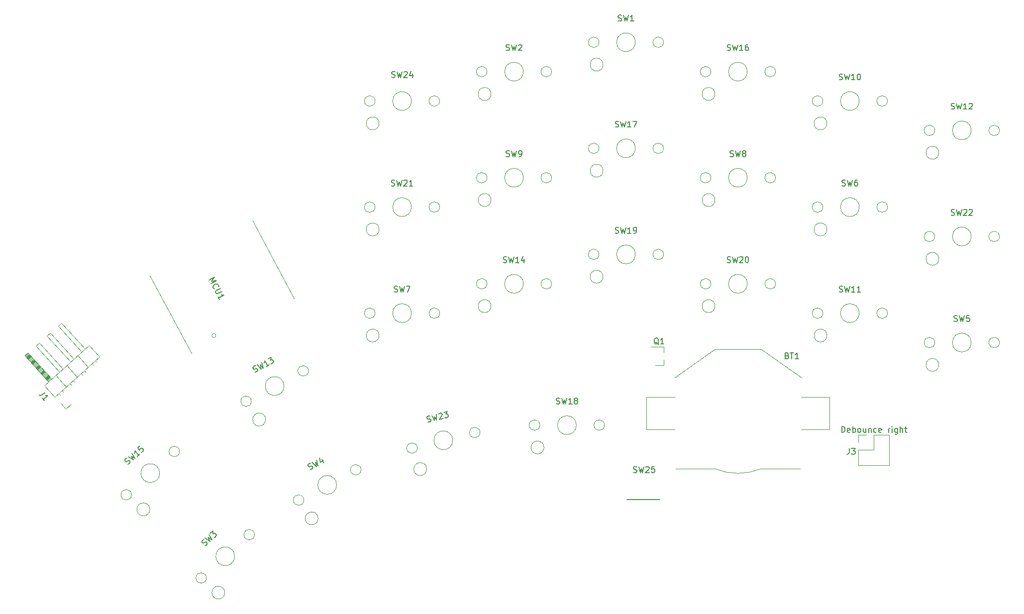
<source format=gto>
G04 #@! TF.GenerationSoftware,KiCad,Pcbnew,(5.1.6)-1*
G04 #@! TF.CreationDate,2020-10-07T13:29:02+02:00*
G04 #@! TF.ProjectId,Mathias_ergo,4d617468-6961-4735-9f65-72676f2e6b69,rev?*
G04 #@! TF.SameCoordinates,Original*
G04 #@! TF.FileFunction,Legend,Top*
G04 #@! TF.FilePolarity,Positive*
%FSLAX46Y46*%
G04 Gerber Fmt 4.6, Leading zero omitted, Abs format (unit mm)*
G04 Created by KiCad (PCBNEW (5.1.6)-1) date 2020-10-07 13:29:02*
%MOMM*%
%LPD*%
G01*
G04 APERTURE LIST*
%ADD10C,0.150000*%
%ADD11C,0.120000*%
G04 APERTURE END LIST*
D10*
X195773809Y-135552380D02*
X195773809Y-134552380D01*
X196011904Y-134552380D01*
X196154761Y-134600000D01*
X196250000Y-134695238D01*
X196297619Y-134790476D01*
X196345238Y-134980952D01*
X196345238Y-135123809D01*
X196297619Y-135314285D01*
X196250000Y-135409523D01*
X196154761Y-135504761D01*
X196011904Y-135552380D01*
X195773809Y-135552380D01*
X197154761Y-135504761D02*
X197059523Y-135552380D01*
X196869047Y-135552380D01*
X196773809Y-135504761D01*
X196726190Y-135409523D01*
X196726190Y-135028571D01*
X196773809Y-134933333D01*
X196869047Y-134885714D01*
X197059523Y-134885714D01*
X197154761Y-134933333D01*
X197202380Y-135028571D01*
X197202380Y-135123809D01*
X196726190Y-135219047D01*
X197630952Y-135552380D02*
X197630952Y-134552380D01*
X197630952Y-134933333D02*
X197726190Y-134885714D01*
X197916666Y-134885714D01*
X198011904Y-134933333D01*
X198059523Y-134980952D01*
X198107142Y-135076190D01*
X198107142Y-135361904D01*
X198059523Y-135457142D01*
X198011904Y-135504761D01*
X197916666Y-135552380D01*
X197726190Y-135552380D01*
X197630952Y-135504761D01*
X198678571Y-135552380D02*
X198583333Y-135504761D01*
X198535714Y-135457142D01*
X198488095Y-135361904D01*
X198488095Y-135076190D01*
X198535714Y-134980952D01*
X198583333Y-134933333D01*
X198678571Y-134885714D01*
X198821428Y-134885714D01*
X198916666Y-134933333D01*
X198964285Y-134980952D01*
X199011904Y-135076190D01*
X199011904Y-135361904D01*
X198964285Y-135457142D01*
X198916666Y-135504761D01*
X198821428Y-135552380D01*
X198678571Y-135552380D01*
X199869047Y-134885714D02*
X199869047Y-135552380D01*
X199440476Y-134885714D02*
X199440476Y-135409523D01*
X199488095Y-135504761D01*
X199583333Y-135552380D01*
X199726190Y-135552380D01*
X199821428Y-135504761D01*
X199869047Y-135457142D01*
X200345238Y-134885714D02*
X200345238Y-135552380D01*
X200345238Y-134980952D02*
X200392857Y-134933333D01*
X200488095Y-134885714D01*
X200630952Y-134885714D01*
X200726190Y-134933333D01*
X200773809Y-135028571D01*
X200773809Y-135552380D01*
X201678571Y-135504761D02*
X201583333Y-135552380D01*
X201392857Y-135552380D01*
X201297619Y-135504761D01*
X201250000Y-135457142D01*
X201202380Y-135361904D01*
X201202380Y-135076190D01*
X201250000Y-134980952D01*
X201297619Y-134933333D01*
X201392857Y-134885714D01*
X201583333Y-134885714D01*
X201678571Y-134933333D01*
X202488095Y-135504761D02*
X202392857Y-135552380D01*
X202202380Y-135552380D01*
X202107142Y-135504761D01*
X202059523Y-135409523D01*
X202059523Y-135028571D01*
X202107142Y-134933333D01*
X202202380Y-134885714D01*
X202392857Y-134885714D01*
X202488095Y-134933333D01*
X202535714Y-135028571D01*
X202535714Y-135123809D01*
X202059523Y-135219047D01*
X203726190Y-135552380D02*
X203726190Y-134885714D01*
X203726190Y-135076190D02*
X203773809Y-134980952D01*
X203821428Y-134933333D01*
X203916666Y-134885714D01*
X204011904Y-134885714D01*
X204345238Y-135552380D02*
X204345238Y-134885714D01*
X204345238Y-134552380D02*
X204297619Y-134600000D01*
X204345238Y-134647619D01*
X204392857Y-134600000D01*
X204345238Y-134552380D01*
X204345238Y-134647619D01*
X205250000Y-134885714D02*
X205250000Y-135695238D01*
X205202380Y-135790476D01*
X205154761Y-135838095D01*
X205059523Y-135885714D01*
X204916666Y-135885714D01*
X204821428Y-135838095D01*
X205250000Y-135504761D02*
X205154761Y-135552380D01*
X204964285Y-135552380D01*
X204869047Y-135504761D01*
X204821428Y-135457142D01*
X204773809Y-135361904D01*
X204773809Y-135076190D01*
X204821428Y-134980952D01*
X204869047Y-134933333D01*
X204964285Y-134885714D01*
X205154761Y-134885714D01*
X205250000Y-134933333D01*
X205726190Y-135552380D02*
X205726190Y-134552380D01*
X206154761Y-135552380D02*
X206154761Y-135028571D01*
X206107142Y-134933333D01*
X206011904Y-134885714D01*
X205869047Y-134885714D01*
X205773809Y-134933333D01*
X205726190Y-134980952D01*
X206488095Y-134885714D02*
X206869047Y-134885714D01*
X206630952Y-134552380D02*
X206630952Y-135409523D01*
X206678571Y-135504761D01*
X206773809Y-135552380D01*
X206869047Y-135552380D01*
D11*
X198631500Y-135957000D02*
X199961500Y-135957000D01*
X198631500Y-137287000D02*
X198631500Y-135957000D01*
X201231500Y-135957000D02*
X203831500Y-135957000D01*
X201231500Y-138557000D02*
X201231500Y-135957000D01*
X198631500Y-138557000D02*
X201231500Y-138557000D01*
X203831500Y-135957000D02*
X203831500Y-141157000D01*
X198631500Y-138557000D02*
X198631500Y-141157000D01*
X198631500Y-141157000D02*
X203831500Y-141157000D01*
X155163221Y-91034158D02*
G75*
G03*
X155163221Y-91034158I-1100000J0D01*
G01*
X154463221Y-87234158D02*
G75*
G03*
X154463221Y-87234158I-900000J0D01*
G01*
X165463221Y-87234158D02*
G75*
G03*
X165463221Y-87234158I-900000J0D01*
G01*
X160663221Y-87234158D02*
G75*
G03*
X160663221Y-87234158I-1600000J0D01*
G01*
X78045804Y-148667566D02*
G75*
G03*
X78045804Y-148667566I-1099999J0D01*
G01*
X74931536Y-146178181D02*
G75*
G03*
X74931536Y-146178181I-900000J0D01*
G01*
X83106130Y-138817745D02*
G75*
G03*
X83106130Y-138817745I-900000J0D01*
G01*
X79718833Y-142497963D02*
G75*
G03*
X79718833Y-142497963I-1600000J0D01*
G01*
X102602089Y-112834414D02*
X95560016Y-99590200D01*
X85109132Y-122135584D02*
X78067058Y-108891371D01*
X89294291Y-119081610D02*
G75*
G03*
X89294291Y-119081610I-349999J0D01*
G01*
X188913221Y-126234158D02*
X182063221Y-121434158D01*
X182063221Y-121434158D02*
X174163221Y-121434158D01*
X174163221Y-121434158D02*
X167363221Y-126234158D01*
X188663221Y-141784158D02*
X181963221Y-141784158D01*
X167563221Y-141784158D02*
X174263221Y-141784158D01*
X188863221Y-135034158D02*
X193663221Y-135034158D01*
X193663221Y-135034158D02*
X193663221Y-129534158D01*
X193663221Y-129534158D02*
X188863221Y-129534158D01*
X167363221Y-129534158D02*
X162563221Y-129534158D01*
X162563221Y-129534158D02*
X162563221Y-135034158D01*
X162563221Y-135034158D02*
X167363221Y-135034158D01*
X181959606Y-141785622D02*
G75*
G02*
X174263221Y-141784158I-3846385J9501464D01*
G01*
X165470000Y-124150000D02*
X164010000Y-124150000D01*
X165470000Y-120990000D02*
X163310000Y-120990000D01*
X165470000Y-120990000D02*
X165470000Y-121920000D01*
X165470000Y-124150000D02*
X165470000Y-123220000D01*
X145113221Y-138134158D02*
G75*
G03*
X145113221Y-138134158I-1100000J0D01*
G01*
X144413221Y-134334158D02*
G75*
G03*
X144413221Y-134334158I-900000J0D01*
G01*
X155413221Y-134334158D02*
G75*
G03*
X155413221Y-134334158I-900000J0D01*
G01*
X150613221Y-134334158D02*
G75*
G03*
X150613221Y-134334158I-1600000J0D01*
G01*
X97741962Y-133388419D02*
G75*
G03*
X97741962Y-133388419I-1100000J0D01*
G01*
X95316496Y-130267954D02*
G75*
G03*
X95316496Y-130267954I-900000J0D01*
G01*
X105028920Y-125103766D02*
G75*
G03*
X105028920Y-125103766I-900000J0D01*
G01*
X100872708Y-127685860D02*
G75*
G03*
X100872708Y-127685860I-1600000J0D01*
G01*
X106685396Y-150208571D02*
G75*
G03*
X106685396Y-150208571I-1100000J0D01*
G01*
X104259930Y-147088106D02*
G75*
G03*
X104259930Y-147088106I-900000J0D01*
G01*
X113972354Y-141923918D02*
G75*
G03*
X113972354Y-141923918I-900000J0D01*
G01*
X109816142Y-144506012D02*
G75*
G03*
X109816142Y-144506012I-1600000J0D01*
G01*
X193263221Y-82984158D02*
G75*
G03*
X193263221Y-82984158I-1100000J0D01*
G01*
X192563221Y-79184158D02*
G75*
G03*
X192563221Y-79184158I-900000J0D01*
G01*
X203563221Y-79184158D02*
G75*
G03*
X203563221Y-79184158I-900000J0D01*
G01*
X198763221Y-79184158D02*
G75*
G03*
X198763221Y-79184158I-1600000J0D01*
G01*
X63702429Y-131553201D02*
X62852633Y-130609407D01*
X64646223Y-130703405D02*
X63702429Y-131553201D01*
X69043730Y-123631519D02*
X68778038Y-123336438D01*
X68478940Y-124140058D02*
X68213247Y-123844977D01*
X62983366Y-116900803D02*
X66998150Y-121359672D01*
X62418576Y-117409343D02*
X62983366Y-116900803D01*
X66433360Y-121868212D02*
X62418576Y-117409343D01*
X67551849Y-124440503D02*
X65771961Y-122463738D01*
X67156142Y-125331111D02*
X66890450Y-125036029D01*
X66591352Y-125839650D02*
X66325660Y-125544569D01*
X61095779Y-118600395D02*
X65110562Y-123059264D01*
X60530989Y-119108934D02*
X61095779Y-118600395D01*
X64545772Y-123567803D02*
X60530989Y-119108934D01*
X65664261Y-126140095D02*
X63884373Y-124163330D01*
X65268554Y-127030702D02*
X65002862Y-126735621D01*
X64703764Y-127539242D02*
X64438072Y-127244160D01*
X59208191Y-120299987D02*
X63222974Y-124758856D01*
X58643401Y-120808526D02*
X59208191Y-120299987D01*
X62658184Y-125267395D02*
X58643401Y-120808526D01*
X63776673Y-127839687D02*
X61996785Y-125862921D01*
X63336087Y-128680451D02*
X63115274Y-128435213D01*
X62771297Y-129188990D02*
X62550484Y-128943752D01*
X61261072Y-126525361D02*
X57246288Y-122066492D01*
X61171895Y-126605656D02*
X57157111Y-122146787D01*
X61082717Y-126685952D02*
X57067934Y-122227083D01*
X60993540Y-126766248D02*
X56978756Y-122307379D01*
X60904363Y-126846543D02*
X56889579Y-122387674D01*
X60815185Y-126926839D02*
X56800402Y-122467970D01*
X57320603Y-121999579D02*
X61335387Y-126458448D01*
X56755813Y-122508118D02*
X57320603Y-121999579D01*
X60770596Y-126966987D02*
X56755813Y-122508118D01*
X60064609Y-127602661D02*
X61844496Y-129579426D01*
X67704138Y-120723998D02*
X60064609Y-127602661D01*
X69484025Y-122700764D02*
X67704138Y-120723998D01*
X61844496Y-129579426D02*
X69484025Y-122700764D01*
X193263221Y-119084158D02*
G75*
G03*
X193263221Y-119084158I-1100000J0D01*
G01*
X192563221Y-115284158D02*
G75*
G03*
X192563221Y-115284158I-900000J0D01*
G01*
X203563221Y-115284158D02*
G75*
G03*
X203563221Y-115284158I-900000J0D01*
G01*
X198763221Y-115284158D02*
G75*
G03*
X198763221Y-115284158I-1600000J0D01*
G01*
X136113221Y-114084158D02*
G75*
G03*
X136113221Y-114084158I-1100000J0D01*
G01*
X135413221Y-110284158D02*
G75*
G03*
X135413221Y-110284158I-900000J0D01*
G01*
X146413221Y-110284158D02*
G75*
G03*
X146413221Y-110284158I-900000J0D01*
G01*
X141613221Y-110284158D02*
G75*
G03*
X141613221Y-110284158I-1600000J0D01*
G01*
X117063221Y-119084158D02*
G75*
G03*
X117063221Y-119084158I-1100000J0D01*
G01*
X116363221Y-115284158D02*
G75*
G03*
X116363221Y-115284158I-900000J0D01*
G01*
X127363221Y-115284158D02*
G75*
G03*
X127363221Y-115284158I-900000J0D01*
G01*
X122563221Y-115284158D02*
G75*
G03*
X122563221Y-115284158I-1600000J0D01*
G01*
X155163221Y-72984158D02*
G75*
G03*
X155163221Y-72984158I-1100000J0D01*
G01*
X154463221Y-69184158D02*
G75*
G03*
X154463221Y-69184158I-900000J0D01*
G01*
X165463221Y-69184158D02*
G75*
G03*
X165463221Y-69184158I-900000J0D01*
G01*
X160663221Y-69184158D02*
G75*
G03*
X160663221Y-69184158I-1600000J0D01*
G01*
X174213221Y-114084158D02*
G75*
G03*
X174213221Y-114084158I-1100000J0D01*
G01*
X173513221Y-110284158D02*
G75*
G03*
X173513221Y-110284158I-900000J0D01*
G01*
X184513221Y-110284158D02*
G75*
G03*
X184513221Y-110284158I-900000J0D01*
G01*
X179713221Y-110284158D02*
G75*
G03*
X179713221Y-110284158I-1600000J0D01*
G01*
X136113221Y-96034158D02*
G75*
G03*
X136113221Y-96034158I-1100000J0D01*
G01*
X135413221Y-92234158D02*
G75*
G03*
X135413221Y-92234158I-900000J0D01*
G01*
X146413221Y-92234158D02*
G75*
G03*
X146413221Y-92234158I-900000J0D01*
G01*
X141613221Y-92234158D02*
G75*
G03*
X141613221Y-92234158I-1600000J0D01*
G01*
X136113221Y-77984158D02*
G75*
G03*
X136113221Y-77984158I-1100000J0D01*
G01*
X135413221Y-74184158D02*
G75*
G03*
X135413221Y-74184158I-900000J0D01*
G01*
X146413221Y-74184158D02*
G75*
G03*
X146413221Y-74184158I-900000J0D01*
G01*
X141613221Y-74184158D02*
G75*
G03*
X141613221Y-74184158I-1600000J0D01*
G01*
X90792742Y-162824475D02*
G75*
G03*
X90792742Y-162824475I-1099999J0D01*
G01*
X87678474Y-160335090D02*
G75*
G03*
X87678474Y-160335090I-900000J0D01*
G01*
X95853068Y-152974654D02*
G75*
G03*
X95853068Y-152974654I-900000J0D01*
G01*
X92465771Y-156654872D02*
G75*
G03*
X92465771Y-156654872I-1600000J0D01*
G01*
X212313221Y-87984158D02*
G75*
G03*
X212313221Y-87984158I-1100000J0D01*
G01*
X211613221Y-84184158D02*
G75*
G03*
X211613221Y-84184158I-900000J0D01*
G01*
X222613221Y-84184158D02*
G75*
G03*
X222613221Y-84184158I-900000J0D01*
G01*
X217813221Y-84184158D02*
G75*
G03*
X217813221Y-84184158I-1600000J0D01*
G01*
X193263221Y-101034158D02*
G75*
G03*
X193263221Y-101034158I-1100000J0D01*
G01*
X192563221Y-97234158D02*
G75*
G03*
X192563221Y-97234158I-900000J0D01*
G01*
X203563221Y-97234158D02*
G75*
G03*
X203563221Y-97234158I-900000J0D01*
G01*
X198763221Y-97234158D02*
G75*
G03*
X198763221Y-97234158I-1600000J0D01*
G01*
X174213221Y-96034158D02*
G75*
G03*
X174213221Y-96034158I-1100000J0D01*
G01*
X173513221Y-92234158D02*
G75*
G03*
X173513221Y-92234158I-900000J0D01*
G01*
X184513221Y-92234158D02*
G75*
G03*
X184513221Y-92234158I-900000J0D01*
G01*
X179713221Y-92234158D02*
G75*
G03*
X179713221Y-92234158I-1600000J0D01*
G01*
X174213221Y-77984158D02*
G75*
G03*
X174213221Y-77984158I-1100000J0D01*
G01*
X173513221Y-74184158D02*
G75*
G03*
X173513221Y-74184158I-900000J0D01*
G01*
X184513221Y-74184158D02*
G75*
G03*
X184513221Y-74184158I-900000J0D01*
G01*
X179713221Y-74184158D02*
G75*
G03*
X179713221Y-74184158I-1600000J0D01*
G01*
X155163221Y-109084158D02*
G75*
G03*
X155163221Y-109084158I-1100000J0D01*
G01*
X154463221Y-105284158D02*
G75*
G03*
X154463221Y-105284158I-900000J0D01*
G01*
X165463221Y-105284158D02*
G75*
G03*
X165463221Y-105284158I-900000J0D01*
G01*
X160663221Y-105284158D02*
G75*
G03*
X160663221Y-105284158I-1600000J0D01*
G01*
X117063221Y-101034158D02*
G75*
G03*
X117063221Y-101034158I-1100000J0D01*
G01*
X116363221Y-97234158D02*
G75*
G03*
X116363221Y-97234158I-900000J0D01*
G01*
X127363221Y-97234158D02*
G75*
G03*
X127363221Y-97234158I-900000J0D01*
G01*
X122563221Y-97234158D02*
G75*
G03*
X122563221Y-97234158I-1600000J0D01*
G01*
X212313221Y-106034158D02*
G75*
G03*
X212313221Y-106034158I-1100000J0D01*
G01*
X211613221Y-102234158D02*
G75*
G03*
X211613221Y-102234158I-900000J0D01*
G01*
X222613221Y-102234158D02*
G75*
G03*
X222613221Y-102234158I-900000J0D01*
G01*
X217813221Y-102234158D02*
G75*
G03*
X217813221Y-102234158I-1600000J0D01*
G01*
X125158033Y-141812192D02*
G75*
G03*
X125158033Y-141812192I-1100000J0D01*
G01*
X123553582Y-138246029D02*
G75*
G03*
X123553582Y-138246029I-900000J0D01*
G01*
X134226835Y-135584889D02*
G75*
G03*
X134226835Y-135584889I-900001J0D01*
G01*
X129590208Y-136915459D02*
G75*
G03*
X129590208Y-136915459I-1600000J0D01*
G01*
X117063221Y-82984158D02*
G75*
G03*
X117063221Y-82984158I-1100000J0D01*
G01*
X116363221Y-79184158D02*
G75*
G03*
X116363221Y-79184158I-900000J0D01*
G01*
X127363221Y-79184158D02*
G75*
G03*
X127363221Y-79184158I-900000J0D01*
G01*
X122563221Y-79184158D02*
G75*
G03*
X122563221Y-79184158I-1600000J0D01*
G01*
X212313221Y-124084158D02*
G75*
G03*
X212313221Y-124084158I-1100000J0D01*
G01*
X211613221Y-120284158D02*
G75*
G03*
X211613221Y-120284158I-900000J0D01*
G01*
X222613221Y-120284158D02*
G75*
G03*
X222613221Y-120284158I-900000J0D01*
G01*
X217813221Y-120284158D02*
G75*
G03*
X217813221Y-120284158I-1600000J0D01*
G01*
D10*
X164852000Y-147032500D02*
X159252000Y-147032500D01*
X197046666Y-138282380D02*
X197046666Y-138996666D01*
X196999047Y-139139523D01*
X196903809Y-139234761D01*
X196760952Y-139282380D01*
X196665714Y-139282380D01*
X197427619Y-138282380D02*
X198046666Y-138282380D01*
X197713333Y-138663333D01*
X197856190Y-138663333D01*
X197951428Y-138710952D01*
X197999047Y-138758571D01*
X198046666Y-138853809D01*
X198046666Y-139091904D01*
X197999047Y-139187142D01*
X197951428Y-139234761D01*
X197856190Y-139282380D01*
X197570476Y-139282380D01*
X197475238Y-139234761D01*
X197427619Y-139187142D01*
X157253697Y-83574919D02*
X157396554Y-83622538D01*
X157634649Y-83622538D01*
X157729887Y-83574919D01*
X157777506Y-83527300D01*
X157825125Y-83432062D01*
X157825125Y-83336824D01*
X157777506Y-83241586D01*
X157729887Y-83193967D01*
X157634649Y-83146348D01*
X157444173Y-83098729D01*
X157348935Y-83051110D01*
X157301316Y-83003491D01*
X157253697Y-82908253D01*
X157253697Y-82813015D01*
X157301316Y-82717777D01*
X157348935Y-82670158D01*
X157444173Y-82622538D01*
X157682268Y-82622538D01*
X157825125Y-82670158D01*
X158158459Y-82622538D02*
X158396554Y-83622538D01*
X158587030Y-82908253D01*
X158777506Y-83622538D01*
X159015601Y-82622538D01*
X159920363Y-83622538D02*
X159348935Y-83622538D01*
X159634649Y-83622538D02*
X159634649Y-82622538D01*
X159539411Y-82765396D01*
X159444173Y-82860634D01*
X159348935Y-82908253D01*
X160253697Y-82622538D02*
X160920363Y-82622538D01*
X160491792Y-83622538D01*
X74325586Y-140989426D02*
X74463613Y-140929224D01*
X74640552Y-140769907D01*
X74679464Y-140670792D01*
X74682989Y-140603541D01*
X74654650Y-140500902D01*
X74590923Y-140430126D01*
X74491809Y-140391214D01*
X74424557Y-140387690D01*
X74321918Y-140416028D01*
X74148504Y-140508094D01*
X74045865Y-140536433D01*
X73978613Y-140532908D01*
X73879499Y-140493996D01*
X73815772Y-140423220D01*
X73787433Y-140320581D01*
X73790958Y-140253330D01*
X73829870Y-140154216D01*
X74006809Y-139994899D01*
X74144836Y-139934697D01*
X74360688Y-139676265D02*
X75206758Y-140260093D01*
X74870359Y-139601822D01*
X75489860Y-140005186D01*
X74997669Y-139102725D01*
X76339169Y-139240466D02*
X75914515Y-139622826D01*
X76126842Y-139431646D02*
X75457711Y-138688501D01*
X75482525Y-138858391D01*
X75475476Y-138992894D01*
X75436564Y-139092008D01*
X76342407Y-137891917D02*
X75988529Y-138210550D01*
X76271775Y-138596292D01*
X76275299Y-138529041D01*
X76314211Y-138429927D01*
X76491151Y-138270610D01*
X76593790Y-138242271D01*
X76661041Y-138245795D01*
X76760155Y-138284708D01*
X76919472Y-138461647D01*
X76947811Y-138564286D01*
X76944287Y-138631537D01*
X76905374Y-138730652D01*
X76728435Y-138889969D01*
X76625796Y-138918307D01*
X76558545Y-138914783D01*
X88142536Y-109664368D02*
X89025484Y-109194897D01*
X88551297Y-109824549D01*
X89338465Y-109783528D01*
X88455517Y-110253000D01*
X89031435Y-111133281D02*
X88967034Y-111113592D01*
X88857921Y-111009812D01*
X88813210Y-110925722D01*
X88788187Y-110777231D01*
X88827566Y-110648429D01*
X88889301Y-110561672D01*
X89035125Y-110430204D01*
X89161261Y-110363137D01*
X89351797Y-110315759D01*
X89458243Y-110313092D01*
X89587045Y-110352471D01*
X89696157Y-110456250D01*
X89740869Y-110540341D01*
X89765891Y-110688832D01*
X89746202Y-110753233D01*
X90031494Y-111086927D02*
X89316727Y-111466976D01*
X89254992Y-111553732D01*
X89235303Y-111618133D01*
X89237970Y-111724579D01*
X89327393Y-111892760D01*
X89414149Y-111954494D01*
X89478550Y-111974184D01*
X89584996Y-111971517D01*
X90299764Y-111591469D01*
X89886287Y-112943888D02*
X89618018Y-112439346D01*
X89752153Y-112691617D02*
X90635100Y-112222146D01*
X90464253Y-112205123D01*
X90335452Y-112165744D01*
X90248695Y-112104010D01*
X186477506Y-122512729D02*
X186620363Y-122560348D01*
X186667982Y-122607967D01*
X186715601Y-122703205D01*
X186715601Y-122846062D01*
X186667982Y-122941300D01*
X186620363Y-122988919D01*
X186525125Y-123036538D01*
X186144173Y-123036538D01*
X186144173Y-122036538D01*
X186477506Y-122036538D01*
X186572744Y-122084158D01*
X186620363Y-122131777D01*
X186667982Y-122227015D01*
X186667982Y-122322253D01*
X186620363Y-122417491D01*
X186572744Y-122465110D01*
X186477506Y-122512729D01*
X186144173Y-122512729D01*
X187001316Y-122036538D02*
X187572744Y-122036538D01*
X187287030Y-123036538D02*
X187287030Y-122036538D01*
X188429887Y-123036538D02*
X187858459Y-123036538D01*
X188144173Y-123036538D02*
X188144173Y-122036538D01*
X188048935Y-122179396D01*
X187953697Y-122274634D01*
X187858459Y-122322253D01*
X164614761Y-120617619D02*
X164519523Y-120570000D01*
X164424285Y-120474761D01*
X164281428Y-120331904D01*
X164186190Y-120284285D01*
X164090952Y-120284285D01*
X164138571Y-120522380D02*
X164043333Y-120474761D01*
X163948095Y-120379523D01*
X163900476Y-120189047D01*
X163900476Y-119855714D01*
X163948095Y-119665238D01*
X164043333Y-119570000D01*
X164138571Y-119522380D01*
X164329047Y-119522380D01*
X164424285Y-119570000D01*
X164519523Y-119665238D01*
X164567142Y-119855714D01*
X164567142Y-120189047D01*
X164519523Y-120379523D01*
X164424285Y-120474761D01*
X164329047Y-120522380D01*
X164138571Y-120522380D01*
X165519523Y-120522380D02*
X164948095Y-120522380D01*
X165233809Y-120522380D02*
X165233809Y-119522380D01*
X165138571Y-119665238D01*
X165043333Y-119760476D01*
X164948095Y-119808095D01*
X147203697Y-130674919D02*
X147346554Y-130722538D01*
X147584649Y-130722538D01*
X147679887Y-130674919D01*
X147727506Y-130627300D01*
X147775125Y-130532062D01*
X147775125Y-130436824D01*
X147727506Y-130341586D01*
X147679887Y-130293967D01*
X147584649Y-130246348D01*
X147394173Y-130198729D01*
X147298935Y-130151110D01*
X147251316Y-130103491D01*
X147203697Y-130008253D01*
X147203697Y-129913015D01*
X147251316Y-129817777D01*
X147298935Y-129770158D01*
X147394173Y-129722538D01*
X147632268Y-129722538D01*
X147775125Y-129770158D01*
X148108459Y-129722538D02*
X148346554Y-130722538D01*
X148537030Y-130008253D01*
X148727506Y-130722538D01*
X148965601Y-129722538D01*
X149870363Y-130722538D02*
X149298935Y-130722538D01*
X149584649Y-130722538D02*
X149584649Y-129722538D01*
X149489411Y-129865396D01*
X149394173Y-129960634D01*
X149298935Y-130008253D01*
X150441792Y-130151110D02*
X150346554Y-130103491D01*
X150298935Y-130055872D01*
X150251316Y-129960634D01*
X150251316Y-129913015D01*
X150298935Y-129817777D01*
X150346554Y-129770158D01*
X150441792Y-129722538D01*
X150632268Y-129722538D01*
X150727506Y-129770158D01*
X150775125Y-129817777D01*
X150822744Y-129913015D01*
X150822744Y-129960634D01*
X150775125Y-130055872D01*
X150727506Y-130103491D01*
X150632268Y-130151110D01*
X150441792Y-130151110D01*
X150346554Y-130198729D01*
X150298935Y-130246348D01*
X150251316Y-130341586D01*
X150251316Y-130532062D01*
X150298935Y-130627300D01*
X150346554Y-130674919D01*
X150441792Y-130722538D01*
X150632268Y-130722538D01*
X150727506Y-130674919D01*
X150775125Y-130627300D01*
X150822744Y-130532062D01*
X150822744Y-130341586D01*
X150775125Y-130246348D01*
X150727506Y-130198729D01*
X150632268Y-130151110D01*
X95957085Y-125304464D02*
X96105576Y-125279442D01*
X96315802Y-125167663D01*
X96377536Y-125080906D01*
X96397226Y-125016505D01*
X96394559Y-124910059D01*
X96349848Y-124825969D01*
X96263091Y-124764234D01*
X96198690Y-124744545D01*
X96092244Y-124747212D01*
X95901708Y-124794590D01*
X95795262Y-124797256D01*
X95730861Y-124777567D01*
X95644104Y-124715832D01*
X95599392Y-124631742D01*
X95596726Y-124525296D01*
X95616415Y-124460895D01*
X95678150Y-124374138D01*
X95888375Y-124262359D01*
X96036867Y-124237337D01*
X96308827Y-124038802D02*
X96988524Y-124809970D01*
X96821367Y-124089870D01*
X97324885Y-124631124D01*
X97065639Y-123636397D01*
X98333968Y-124094585D02*
X97829426Y-124362854D01*
X98081697Y-124228720D02*
X97612225Y-123345772D01*
X97595203Y-123516619D01*
X97555824Y-123645421D01*
X97494089Y-123732178D01*
X98158812Y-123055147D02*
X98705399Y-122764522D01*
X98589929Y-123257373D01*
X98716064Y-123190306D01*
X98822510Y-123187639D01*
X98886911Y-123207329D01*
X98973668Y-123269063D01*
X99085447Y-123479289D01*
X99088113Y-123585735D01*
X99068424Y-123650136D01*
X99006690Y-123736892D01*
X98754419Y-123871027D01*
X98647973Y-123873694D01*
X98583572Y-123854004D01*
X105320970Y-141901058D02*
X105469461Y-141876036D01*
X105679687Y-141764257D01*
X105741421Y-141677500D01*
X105761111Y-141613099D01*
X105758444Y-141506653D01*
X105713733Y-141422563D01*
X105626976Y-141360829D01*
X105562575Y-141341139D01*
X105456129Y-141343806D01*
X105265593Y-141391184D01*
X105159147Y-141393850D01*
X105094746Y-141374161D01*
X105007989Y-141312426D01*
X104963278Y-141228336D01*
X104960611Y-141121890D01*
X104980301Y-141057489D01*
X105042035Y-140970733D01*
X105252261Y-140858954D01*
X105400752Y-140833931D01*
X105672712Y-140635396D02*
X106352409Y-141406564D01*
X106185253Y-140686464D01*
X106688770Y-141227718D01*
X106429524Y-140232991D01*
X107300782Y-140147259D02*
X107613763Y-140735891D01*
X106911710Y-139922677D02*
X107036821Y-140665133D01*
X107583408Y-140374507D01*
X195353697Y-75524919D02*
X195496554Y-75572538D01*
X195734649Y-75572538D01*
X195829887Y-75524919D01*
X195877506Y-75477300D01*
X195925125Y-75382062D01*
X195925125Y-75286824D01*
X195877506Y-75191586D01*
X195829887Y-75143967D01*
X195734649Y-75096348D01*
X195544173Y-75048729D01*
X195448935Y-75001110D01*
X195401316Y-74953491D01*
X195353697Y-74858253D01*
X195353697Y-74763015D01*
X195401316Y-74667777D01*
X195448935Y-74620158D01*
X195544173Y-74572538D01*
X195782268Y-74572538D01*
X195925125Y-74620158D01*
X196258459Y-74572538D02*
X196496554Y-75572538D01*
X196687030Y-74858253D01*
X196877506Y-75572538D01*
X197115601Y-74572538D01*
X198020363Y-75572538D02*
X197448935Y-75572538D01*
X197734649Y-75572538D02*
X197734649Y-74572538D01*
X197639411Y-74715396D01*
X197544173Y-74810634D01*
X197448935Y-74858253D01*
X198639411Y-74572538D02*
X198734649Y-74572538D01*
X198829887Y-74620158D01*
X198877506Y-74667777D01*
X198925125Y-74763015D01*
X198972744Y-74953491D01*
X198972744Y-75191586D01*
X198925125Y-75382062D01*
X198877506Y-75477300D01*
X198829887Y-75524919D01*
X198734649Y-75572538D01*
X198639411Y-75572538D01*
X198544173Y-75524919D01*
X198496554Y-75477300D01*
X198448935Y-75382062D01*
X198401316Y-75191586D01*
X198401316Y-74953491D01*
X198448935Y-74763015D01*
X198496554Y-74667777D01*
X198544173Y-74620158D01*
X198639411Y-74572538D01*
X60193916Y-128775856D02*
X59663098Y-129253806D01*
X59525072Y-129314009D01*
X59390569Y-129306960D01*
X59259591Y-129232659D01*
X59195865Y-129161884D01*
X60119902Y-130188131D02*
X59737542Y-129763477D01*
X59928722Y-129975804D02*
X60671867Y-129306674D01*
X60501976Y-129331488D01*
X60367474Y-129324439D01*
X60268359Y-129285527D01*
X195353697Y-111624919D02*
X195496554Y-111672538D01*
X195734649Y-111672538D01*
X195829887Y-111624919D01*
X195877506Y-111577300D01*
X195925125Y-111482062D01*
X195925125Y-111386824D01*
X195877506Y-111291586D01*
X195829887Y-111243967D01*
X195734649Y-111196348D01*
X195544173Y-111148729D01*
X195448935Y-111101110D01*
X195401316Y-111053491D01*
X195353697Y-110958253D01*
X195353697Y-110863015D01*
X195401316Y-110767777D01*
X195448935Y-110720158D01*
X195544173Y-110672538D01*
X195782268Y-110672538D01*
X195925125Y-110720158D01*
X196258459Y-110672538D02*
X196496554Y-111672538D01*
X196687030Y-110958253D01*
X196877506Y-111672538D01*
X197115601Y-110672538D01*
X198020363Y-111672538D02*
X197448935Y-111672538D01*
X197734649Y-111672538D02*
X197734649Y-110672538D01*
X197639411Y-110815396D01*
X197544173Y-110910634D01*
X197448935Y-110958253D01*
X198972744Y-111672538D02*
X198401316Y-111672538D01*
X198687030Y-111672538D02*
X198687030Y-110672538D01*
X198591792Y-110815396D01*
X198496554Y-110910634D01*
X198401316Y-110958253D01*
X138203697Y-106624919D02*
X138346554Y-106672538D01*
X138584649Y-106672538D01*
X138679887Y-106624919D01*
X138727506Y-106577300D01*
X138775125Y-106482062D01*
X138775125Y-106386824D01*
X138727506Y-106291586D01*
X138679887Y-106243967D01*
X138584649Y-106196348D01*
X138394173Y-106148729D01*
X138298935Y-106101110D01*
X138251316Y-106053491D01*
X138203697Y-105958253D01*
X138203697Y-105863015D01*
X138251316Y-105767777D01*
X138298935Y-105720158D01*
X138394173Y-105672538D01*
X138632268Y-105672538D01*
X138775125Y-105720158D01*
X139108459Y-105672538D02*
X139346554Y-106672538D01*
X139537030Y-105958253D01*
X139727506Y-106672538D01*
X139965601Y-105672538D01*
X140870363Y-106672538D02*
X140298935Y-106672538D01*
X140584649Y-106672538D02*
X140584649Y-105672538D01*
X140489411Y-105815396D01*
X140394173Y-105910634D01*
X140298935Y-105958253D01*
X141727506Y-106005872D02*
X141727506Y-106672538D01*
X141489411Y-105624919D02*
X141251316Y-106339205D01*
X141870363Y-106339205D01*
X119629887Y-111624919D02*
X119772744Y-111672538D01*
X120010840Y-111672538D01*
X120106078Y-111624919D01*
X120153697Y-111577300D01*
X120201316Y-111482062D01*
X120201316Y-111386824D01*
X120153697Y-111291586D01*
X120106078Y-111243967D01*
X120010840Y-111196348D01*
X119820363Y-111148729D01*
X119725125Y-111101110D01*
X119677506Y-111053491D01*
X119629887Y-110958253D01*
X119629887Y-110863015D01*
X119677506Y-110767777D01*
X119725125Y-110720158D01*
X119820363Y-110672538D01*
X120058459Y-110672538D01*
X120201316Y-110720158D01*
X120534649Y-110672538D02*
X120772744Y-111672538D01*
X120963221Y-110958253D01*
X121153697Y-111672538D01*
X121391792Y-110672538D01*
X121677506Y-110672538D02*
X122344173Y-110672538D01*
X121915601Y-111672538D01*
X157729887Y-65524919D02*
X157872744Y-65572538D01*
X158110840Y-65572538D01*
X158206078Y-65524919D01*
X158253697Y-65477300D01*
X158301316Y-65382062D01*
X158301316Y-65286824D01*
X158253697Y-65191586D01*
X158206078Y-65143967D01*
X158110840Y-65096348D01*
X157920363Y-65048729D01*
X157825125Y-65001110D01*
X157777506Y-64953491D01*
X157729887Y-64858253D01*
X157729887Y-64763015D01*
X157777506Y-64667777D01*
X157825125Y-64620158D01*
X157920363Y-64572538D01*
X158158459Y-64572538D01*
X158301316Y-64620158D01*
X158634649Y-64572538D02*
X158872744Y-65572538D01*
X159063221Y-64858253D01*
X159253697Y-65572538D01*
X159491792Y-64572538D01*
X160396554Y-65572538D02*
X159825125Y-65572538D01*
X160110840Y-65572538D02*
X160110840Y-64572538D01*
X160015601Y-64715396D01*
X159920363Y-64810634D01*
X159825125Y-64858253D01*
X176303697Y-106624919D02*
X176446554Y-106672538D01*
X176684649Y-106672538D01*
X176779887Y-106624919D01*
X176827506Y-106577300D01*
X176875125Y-106482062D01*
X176875125Y-106386824D01*
X176827506Y-106291586D01*
X176779887Y-106243967D01*
X176684649Y-106196348D01*
X176494173Y-106148729D01*
X176398935Y-106101110D01*
X176351316Y-106053491D01*
X176303697Y-105958253D01*
X176303697Y-105863015D01*
X176351316Y-105767777D01*
X176398935Y-105720158D01*
X176494173Y-105672538D01*
X176732268Y-105672538D01*
X176875125Y-105720158D01*
X177208459Y-105672538D02*
X177446554Y-106672538D01*
X177637030Y-105958253D01*
X177827506Y-106672538D01*
X178065601Y-105672538D01*
X178398935Y-105767777D02*
X178446554Y-105720158D01*
X178541792Y-105672538D01*
X178779887Y-105672538D01*
X178875125Y-105720158D01*
X178922744Y-105767777D01*
X178970363Y-105863015D01*
X178970363Y-105958253D01*
X178922744Y-106101110D01*
X178351316Y-106672538D01*
X178970363Y-106672538D01*
X179589411Y-105672538D02*
X179684649Y-105672538D01*
X179779887Y-105720158D01*
X179827506Y-105767777D01*
X179875125Y-105863015D01*
X179922744Y-106053491D01*
X179922744Y-106291586D01*
X179875125Y-106482062D01*
X179827506Y-106577300D01*
X179779887Y-106624919D01*
X179684649Y-106672538D01*
X179589411Y-106672538D01*
X179494173Y-106624919D01*
X179446554Y-106577300D01*
X179398935Y-106482062D01*
X179351316Y-106291586D01*
X179351316Y-106053491D01*
X179398935Y-105863015D01*
X179446554Y-105767777D01*
X179494173Y-105720158D01*
X179589411Y-105672538D01*
X138679887Y-88574919D02*
X138822744Y-88622538D01*
X139060840Y-88622538D01*
X139156078Y-88574919D01*
X139203697Y-88527300D01*
X139251316Y-88432062D01*
X139251316Y-88336824D01*
X139203697Y-88241586D01*
X139156078Y-88193967D01*
X139060840Y-88146348D01*
X138870363Y-88098729D01*
X138775125Y-88051110D01*
X138727506Y-88003491D01*
X138679887Y-87908253D01*
X138679887Y-87813015D01*
X138727506Y-87717777D01*
X138775125Y-87670158D01*
X138870363Y-87622538D01*
X139108459Y-87622538D01*
X139251316Y-87670158D01*
X139584649Y-87622538D02*
X139822744Y-88622538D01*
X140013221Y-87908253D01*
X140203697Y-88622538D01*
X140441792Y-87622538D01*
X140870363Y-88622538D02*
X141060840Y-88622538D01*
X141156078Y-88574919D01*
X141203697Y-88527300D01*
X141298935Y-88384443D01*
X141346554Y-88193967D01*
X141346554Y-87813015D01*
X141298935Y-87717777D01*
X141251316Y-87670158D01*
X141156078Y-87622538D01*
X140965601Y-87622538D01*
X140870363Y-87670158D01*
X140822744Y-87717777D01*
X140775125Y-87813015D01*
X140775125Y-88051110D01*
X140822744Y-88146348D01*
X140870363Y-88193967D01*
X140965601Y-88241586D01*
X141156078Y-88241586D01*
X141251316Y-88193967D01*
X141298935Y-88146348D01*
X141346554Y-88051110D01*
X138679887Y-70524919D02*
X138822744Y-70572538D01*
X139060840Y-70572538D01*
X139156078Y-70524919D01*
X139203697Y-70477300D01*
X139251316Y-70382062D01*
X139251316Y-70286824D01*
X139203697Y-70191586D01*
X139156078Y-70143967D01*
X139060840Y-70096348D01*
X138870363Y-70048729D01*
X138775125Y-70001110D01*
X138727506Y-69953491D01*
X138679887Y-69858253D01*
X138679887Y-69763015D01*
X138727506Y-69667777D01*
X138775125Y-69620158D01*
X138870363Y-69572538D01*
X139108459Y-69572538D01*
X139251316Y-69620158D01*
X139584649Y-69572538D02*
X139822744Y-70572538D01*
X140013221Y-69858253D01*
X140203697Y-70572538D01*
X140441792Y-69572538D01*
X140775125Y-69667777D02*
X140822744Y-69620158D01*
X140917982Y-69572538D01*
X141156078Y-69572538D01*
X141251316Y-69620158D01*
X141298935Y-69667777D01*
X141346554Y-69763015D01*
X141346554Y-69858253D01*
X141298935Y-70001110D01*
X140727506Y-70572538D01*
X141346554Y-70572538D01*
X87426402Y-154827701D02*
X87564429Y-154767499D01*
X87741368Y-154608182D01*
X87780281Y-154509068D01*
X87783805Y-154441817D01*
X87755466Y-154339177D01*
X87691740Y-154268402D01*
X87592625Y-154229489D01*
X87525374Y-154225965D01*
X87422735Y-154254304D01*
X87249320Y-154346369D01*
X87146681Y-154374708D01*
X87079430Y-154371184D01*
X86980315Y-154332271D01*
X86916589Y-154261496D01*
X86888250Y-154158857D01*
X86891774Y-154091606D01*
X86930686Y-153992491D01*
X87107626Y-153833174D01*
X87245653Y-153772972D01*
X87461504Y-153514540D02*
X88307574Y-154098369D01*
X87971175Y-153440097D01*
X88590677Y-153843462D01*
X88098485Y-152941000D01*
X88310813Y-152749820D02*
X88770855Y-152335596D01*
X88778047Y-152841742D01*
X88884210Y-152746152D01*
X88986849Y-152717813D01*
X89054100Y-152721338D01*
X89153215Y-152760250D01*
X89312532Y-152937190D01*
X89340871Y-153039829D01*
X89337346Y-153107080D01*
X89298434Y-153206194D01*
X89086107Y-153397375D01*
X88983468Y-153425713D01*
X88916216Y-153422189D01*
X214403697Y-80524919D02*
X214546554Y-80572538D01*
X214784649Y-80572538D01*
X214879887Y-80524919D01*
X214927506Y-80477300D01*
X214975125Y-80382062D01*
X214975125Y-80286824D01*
X214927506Y-80191586D01*
X214879887Y-80143967D01*
X214784649Y-80096348D01*
X214594173Y-80048729D01*
X214498935Y-80001110D01*
X214451316Y-79953491D01*
X214403697Y-79858253D01*
X214403697Y-79763015D01*
X214451316Y-79667777D01*
X214498935Y-79620158D01*
X214594173Y-79572538D01*
X214832268Y-79572538D01*
X214975125Y-79620158D01*
X215308459Y-79572538D02*
X215546554Y-80572538D01*
X215737030Y-79858253D01*
X215927506Y-80572538D01*
X216165601Y-79572538D01*
X217070363Y-80572538D02*
X216498935Y-80572538D01*
X216784649Y-80572538D02*
X216784649Y-79572538D01*
X216689411Y-79715396D01*
X216594173Y-79810634D01*
X216498935Y-79858253D01*
X217451316Y-79667777D02*
X217498935Y-79620158D01*
X217594173Y-79572538D01*
X217832268Y-79572538D01*
X217927506Y-79620158D01*
X217975125Y-79667777D01*
X218022744Y-79763015D01*
X218022744Y-79858253D01*
X217975125Y-80001110D01*
X217403697Y-80572538D01*
X218022744Y-80572538D01*
X195829887Y-93574919D02*
X195972744Y-93622538D01*
X196210840Y-93622538D01*
X196306078Y-93574919D01*
X196353697Y-93527300D01*
X196401316Y-93432062D01*
X196401316Y-93336824D01*
X196353697Y-93241586D01*
X196306078Y-93193967D01*
X196210840Y-93146348D01*
X196020363Y-93098729D01*
X195925125Y-93051110D01*
X195877506Y-93003491D01*
X195829887Y-92908253D01*
X195829887Y-92813015D01*
X195877506Y-92717777D01*
X195925125Y-92670158D01*
X196020363Y-92622538D01*
X196258459Y-92622538D01*
X196401316Y-92670158D01*
X196734649Y-92622538D02*
X196972744Y-93622538D01*
X197163221Y-92908253D01*
X197353697Y-93622538D01*
X197591792Y-92622538D01*
X198401316Y-92622538D02*
X198210840Y-92622538D01*
X198115601Y-92670158D01*
X198067982Y-92717777D01*
X197972744Y-92860634D01*
X197925125Y-93051110D01*
X197925125Y-93432062D01*
X197972744Y-93527300D01*
X198020363Y-93574919D01*
X198115601Y-93622538D01*
X198306078Y-93622538D01*
X198401316Y-93574919D01*
X198448935Y-93527300D01*
X198496554Y-93432062D01*
X198496554Y-93193967D01*
X198448935Y-93098729D01*
X198401316Y-93051110D01*
X198306078Y-93003491D01*
X198115601Y-93003491D01*
X198020363Y-93051110D01*
X197972744Y-93098729D01*
X197925125Y-93193967D01*
X176779887Y-88574919D02*
X176922744Y-88622538D01*
X177160840Y-88622538D01*
X177256078Y-88574919D01*
X177303697Y-88527300D01*
X177351316Y-88432062D01*
X177351316Y-88336824D01*
X177303697Y-88241586D01*
X177256078Y-88193967D01*
X177160840Y-88146348D01*
X176970363Y-88098729D01*
X176875125Y-88051110D01*
X176827506Y-88003491D01*
X176779887Y-87908253D01*
X176779887Y-87813015D01*
X176827506Y-87717777D01*
X176875125Y-87670158D01*
X176970363Y-87622538D01*
X177208459Y-87622538D01*
X177351316Y-87670158D01*
X177684649Y-87622538D02*
X177922744Y-88622538D01*
X178113221Y-87908253D01*
X178303697Y-88622538D01*
X178541792Y-87622538D01*
X179065601Y-88051110D02*
X178970363Y-88003491D01*
X178922744Y-87955872D01*
X178875125Y-87860634D01*
X178875125Y-87813015D01*
X178922744Y-87717777D01*
X178970363Y-87670158D01*
X179065601Y-87622538D01*
X179256078Y-87622538D01*
X179351316Y-87670158D01*
X179398935Y-87717777D01*
X179446554Y-87813015D01*
X179446554Y-87860634D01*
X179398935Y-87955872D01*
X179351316Y-88003491D01*
X179256078Y-88051110D01*
X179065601Y-88051110D01*
X178970363Y-88098729D01*
X178922744Y-88146348D01*
X178875125Y-88241586D01*
X178875125Y-88432062D01*
X178922744Y-88527300D01*
X178970363Y-88574919D01*
X179065601Y-88622538D01*
X179256078Y-88622538D01*
X179351316Y-88574919D01*
X179398935Y-88527300D01*
X179446554Y-88432062D01*
X179446554Y-88241586D01*
X179398935Y-88146348D01*
X179351316Y-88098729D01*
X179256078Y-88051110D01*
X176303697Y-70524919D02*
X176446554Y-70572538D01*
X176684649Y-70572538D01*
X176779887Y-70524919D01*
X176827506Y-70477300D01*
X176875125Y-70382062D01*
X176875125Y-70286824D01*
X176827506Y-70191586D01*
X176779887Y-70143967D01*
X176684649Y-70096348D01*
X176494173Y-70048729D01*
X176398935Y-70001110D01*
X176351316Y-69953491D01*
X176303697Y-69858253D01*
X176303697Y-69763015D01*
X176351316Y-69667777D01*
X176398935Y-69620158D01*
X176494173Y-69572538D01*
X176732268Y-69572538D01*
X176875125Y-69620158D01*
X177208459Y-69572538D02*
X177446554Y-70572538D01*
X177637030Y-69858253D01*
X177827506Y-70572538D01*
X178065601Y-69572538D01*
X178970363Y-70572538D02*
X178398935Y-70572538D01*
X178684649Y-70572538D02*
X178684649Y-69572538D01*
X178589411Y-69715396D01*
X178494173Y-69810634D01*
X178398935Y-69858253D01*
X179827506Y-69572538D02*
X179637030Y-69572538D01*
X179541792Y-69620158D01*
X179494173Y-69667777D01*
X179398935Y-69810634D01*
X179351316Y-70001110D01*
X179351316Y-70382062D01*
X179398935Y-70477300D01*
X179446554Y-70524919D01*
X179541792Y-70572538D01*
X179732268Y-70572538D01*
X179827506Y-70524919D01*
X179875125Y-70477300D01*
X179922744Y-70382062D01*
X179922744Y-70143967D01*
X179875125Y-70048729D01*
X179827506Y-70001110D01*
X179732268Y-69953491D01*
X179541792Y-69953491D01*
X179446554Y-70001110D01*
X179398935Y-70048729D01*
X179351316Y-70143967D01*
X157253697Y-101624919D02*
X157396554Y-101672538D01*
X157634649Y-101672538D01*
X157729887Y-101624919D01*
X157777506Y-101577300D01*
X157825125Y-101482062D01*
X157825125Y-101386824D01*
X157777506Y-101291586D01*
X157729887Y-101243967D01*
X157634649Y-101196348D01*
X157444173Y-101148729D01*
X157348935Y-101101110D01*
X157301316Y-101053491D01*
X157253697Y-100958253D01*
X157253697Y-100863015D01*
X157301316Y-100767777D01*
X157348935Y-100720158D01*
X157444173Y-100672538D01*
X157682268Y-100672538D01*
X157825125Y-100720158D01*
X158158459Y-100672538D02*
X158396554Y-101672538D01*
X158587030Y-100958253D01*
X158777506Y-101672538D01*
X159015601Y-100672538D01*
X159920363Y-101672538D02*
X159348935Y-101672538D01*
X159634649Y-101672538D02*
X159634649Y-100672538D01*
X159539411Y-100815396D01*
X159444173Y-100910634D01*
X159348935Y-100958253D01*
X160396554Y-101672538D02*
X160587030Y-101672538D01*
X160682268Y-101624919D01*
X160729887Y-101577300D01*
X160825125Y-101434443D01*
X160872744Y-101243967D01*
X160872744Y-100863015D01*
X160825125Y-100767777D01*
X160777506Y-100720158D01*
X160682268Y-100672538D01*
X160491792Y-100672538D01*
X160396554Y-100720158D01*
X160348935Y-100767777D01*
X160301316Y-100863015D01*
X160301316Y-101101110D01*
X160348935Y-101196348D01*
X160396554Y-101243967D01*
X160491792Y-101291586D01*
X160682268Y-101291586D01*
X160777506Y-101243967D01*
X160825125Y-101196348D01*
X160872744Y-101101110D01*
X119153697Y-93574919D02*
X119296554Y-93622538D01*
X119534649Y-93622538D01*
X119629887Y-93574919D01*
X119677506Y-93527300D01*
X119725125Y-93432062D01*
X119725125Y-93336824D01*
X119677506Y-93241586D01*
X119629887Y-93193967D01*
X119534649Y-93146348D01*
X119344173Y-93098729D01*
X119248935Y-93051110D01*
X119201316Y-93003491D01*
X119153697Y-92908253D01*
X119153697Y-92813015D01*
X119201316Y-92717777D01*
X119248935Y-92670158D01*
X119344173Y-92622538D01*
X119582268Y-92622538D01*
X119725125Y-92670158D01*
X120058459Y-92622538D02*
X120296554Y-93622538D01*
X120487030Y-92908253D01*
X120677506Y-93622538D01*
X120915601Y-92622538D01*
X121248935Y-92717777D02*
X121296554Y-92670158D01*
X121391792Y-92622538D01*
X121629887Y-92622538D01*
X121725125Y-92670158D01*
X121772744Y-92717777D01*
X121820363Y-92813015D01*
X121820363Y-92908253D01*
X121772744Y-93051110D01*
X121201316Y-93622538D01*
X121820363Y-93622538D01*
X122772744Y-93622538D02*
X122201316Y-93622538D01*
X122487030Y-93622538D02*
X122487030Y-92622538D01*
X122391792Y-92765396D01*
X122296554Y-92860634D01*
X122201316Y-92908253D01*
X214403697Y-98574919D02*
X214546554Y-98622538D01*
X214784649Y-98622538D01*
X214879887Y-98574919D01*
X214927506Y-98527300D01*
X214975125Y-98432062D01*
X214975125Y-98336824D01*
X214927506Y-98241586D01*
X214879887Y-98193967D01*
X214784649Y-98146348D01*
X214594173Y-98098729D01*
X214498935Y-98051110D01*
X214451316Y-98003491D01*
X214403697Y-97908253D01*
X214403697Y-97813015D01*
X214451316Y-97717777D01*
X214498935Y-97670158D01*
X214594173Y-97622538D01*
X214832268Y-97622538D01*
X214975125Y-97670158D01*
X215308459Y-97622538D02*
X215546554Y-98622538D01*
X215737030Y-97908253D01*
X215927506Y-98622538D01*
X216165601Y-97622538D01*
X216498935Y-97717777D02*
X216546554Y-97670158D01*
X216641792Y-97622538D01*
X216879887Y-97622538D01*
X216975125Y-97670158D01*
X217022744Y-97717777D01*
X217070363Y-97813015D01*
X217070363Y-97908253D01*
X217022744Y-98051110D01*
X216451316Y-98622538D01*
X217070363Y-98622538D01*
X217451316Y-97717777D02*
X217498935Y-97670158D01*
X217594173Y-97622538D01*
X217832268Y-97622538D01*
X217927506Y-97670158D01*
X217975125Y-97717777D01*
X218022744Y-97813015D01*
X218022744Y-97908253D01*
X217975125Y-98051110D01*
X217403697Y-98622538D01*
X218022744Y-98622538D01*
X125349184Y-133802679D02*
X125499318Y-133814323D01*
X125730341Y-133756723D01*
X125811230Y-133687478D01*
X125845914Y-133629753D01*
X125869078Y-133525824D01*
X125846038Y-133433415D01*
X125776794Y-133352526D01*
X125719069Y-133317841D01*
X125615140Y-133294677D01*
X125418801Y-133294553D01*
X125314872Y-133271388D01*
X125257148Y-133236704D01*
X125187903Y-133155815D01*
X125164863Y-133063406D01*
X125188027Y-132959477D01*
X125222711Y-132901752D01*
X125303600Y-132832507D01*
X125534623Y-132774907D01*
X125684757Y-132786551D01*
X125996669Y-132659706D02*
X126469614Y-133572401D01*
X126481630Y-132833252D01*
X126839250Y-133480240D01*
X126828351Y-132452344D01*
X127174823Y-132464113D02*
X127209507Y-132406388D01*
X127290396Y-132337143D01*
X127521419Y-132279543D01*
X127625348Y-132302707D01*
X127683073Y-132337392D01*
X127752318Y-132418281D01*
X127775358Y-132510690D01*
X127763714Y-132660824D01*
X127347500Y-133353519D01*
X127948159Y-133203758D01*
X128029669Y-132152822D02*
X128630329Y-132003061D01*
X128399057Y-132453338D01*
X128537671Y-132418777D01*
X128641600Y-132441942D01*
X128699325Y-132476626D01*
X128768570Y-132557515D01*
X128826170Y-132788538D01*
X128803006Y-132892467D01*
X128768321Y-132950192D01*
X128687432Y-133019437D01*
X128410205Y-133088557D01*
X128306276Y-133065393D01*
X128248551Y-133030708D01*
X119204497Y-75129720D02*
X119347354Y-75177339D01*
X119585449Y-75177339D01*
X119680687Y-75129720D01*
X119728306Y-75082101D01*
X119775925Y-74986863D01*
X119775925Y-74891625D01*
X119728306Y-74796387D01*
X119680687Y-74748768D01*
X119585449Y-74701149D01*
X119394973Y-74653530D01*
X119299735Y-74605911D01*
X119252116Y-74558292D01*
X119204497Y-74463054D01*
X119204497Y-74367816D01*
X119252116Y-74272578D01*
X119299735Y-74224959D01*
X119394973Y-74177339D01*
X119633068Y-74177339D01*
X119775925Y-74224959D01*
X120109259Y-74177339D02*
X120347354Y-75177339D01*
X120537830Y-74463054D01*
X120728306Y-75177339D01*
X120966401Y-74177339D01*
X121299735Y-74272578D02*
X121347354Y-74224959D01*
X121442592Y-74177339D01*
X121680687Y-74177339D01*
X121775925Y-74224959D01*
X121823544Y-74272578D01*
X121871163Y-74367816D01*
X121871163Y-74463054D01*
X121823544Y-74605911D01*
X121252116Y-75177339D01*
X121871163Y-75177339D01*
X122728306Y-74510673D02*
X122728306Y-75177339D01*
X122490211Y-74129720D02*
X122252116Y-74844006D01*
X122871163Y-74844006D01*
X214879887Y-116624919D02*
X215022744Y-116672538D01*
X215260840Y-116672538D01*
X215356078Y-116624919D01*
X215403697Y-116577300D01*
X215451316Y-116482062D01*
X215451316Y-116386824D01*
X215403697Y-116291586D01*
X215356078Y-116243967D01*
X215260840Y-116196348D01*
X215070363Y-116148729D01*
X214975125Y-116101110D01*
X214927506Y-116053491D01*
X214879887Y-115958253D01*
X214879887Y-115863015D01*
X214927506Y-115767777D01*
X214975125Y-115720158D01*
X215070363Y-115672538D01*
X215308459Y-115672538D01*
X215451316Y-115720158D01*
X215784649Y-115672538D02*
X216022744Y-116672538D01*
X216213221Y-115958253D01*
X216403697Y-116672538D01*
X216641792Y-115672538D01*
X217498935Y-115672538D02*
X217022744Y-115672538D01*
X216975125Y-116148729D01*
X217022744Y-116101110D01*
X217117982Y-116053491D01*
X217356078Y-116053491D01*
X217451316Y-116101110D01*
X217498935Y-116148729D01*
X217546554Y-116243967D01*
X217546554Y-116482062D01*
X217498935Y-116577300D01*
X217451316Y-116624919D01*
X217356078Y-116672538D01*
X217117982Y-116672538D01*
X217022744Y-116624919D01*
X216975125Y-116577300D01*
X160342476Y-142337261D02*
X160485333Y-142384880D01*
X160723428Y-142384880D01*
X160818666Y-142337261D01*
X160866285Y-142289642D01*
X160913904Y-142194404D01*
X160913904Y-142099166D01*
X160866285Y-142003928D01*
X160818666Y-141956309D01*
X160723428Y-141908690D01*
X160532952Y-141861071D01*
X160437714Y-141813452D01*
X160390095Y-141765833D01*
X160342476Y-141670595D01*
X160342476Y-141575357D01*
X160390095Y-141480119D01*
X160437714Y-141432500D01*
X160532952Y-141384880D01*
X160771047Y-141384880D01*
X160913904Y-141432500D01*
X161247238Y-141384880D02*
X161485333Y-142384880D01*
X161675809Y-141670595D01*
X161866285Y-142384880D01*
X162104380Y-141384880D01*
X162437714Y-141480119D02*
X162485333Y-141432500D01*
X162580571Y-141384880D01*
X162818666Y-141384880D01*
X162913904Y-141432500D01*
X162961523Y-141480119D01*
X163009142Y-141575357D01*
X163009142Y-141670595D01*
X162961523Y-141813452D01*
X162390095Y-142384880D01*
X163009142Y-142384880D01*
X163913904Y-141384880D02*
X163437714Y-141384880D01*
X163390095Y-141861071D01*
X163437714Y-141813452D01*
X163532952Y-141765833D01*
X163771047Y-141765833D01*
X163866285Y-141813452D01*
X163913904Y-141861071D01*
X163961523Y-141956309D01*
X163961523Y-142194404D01*
X163913904Y-142289642D01*
X163866285Y-142337261D01*
X163771047Y-142384880D01*
X163532952Y-142384880D01*
X163437714Y-142337261D01*
X163390095Y-142289642D01*
M02*

</source>
